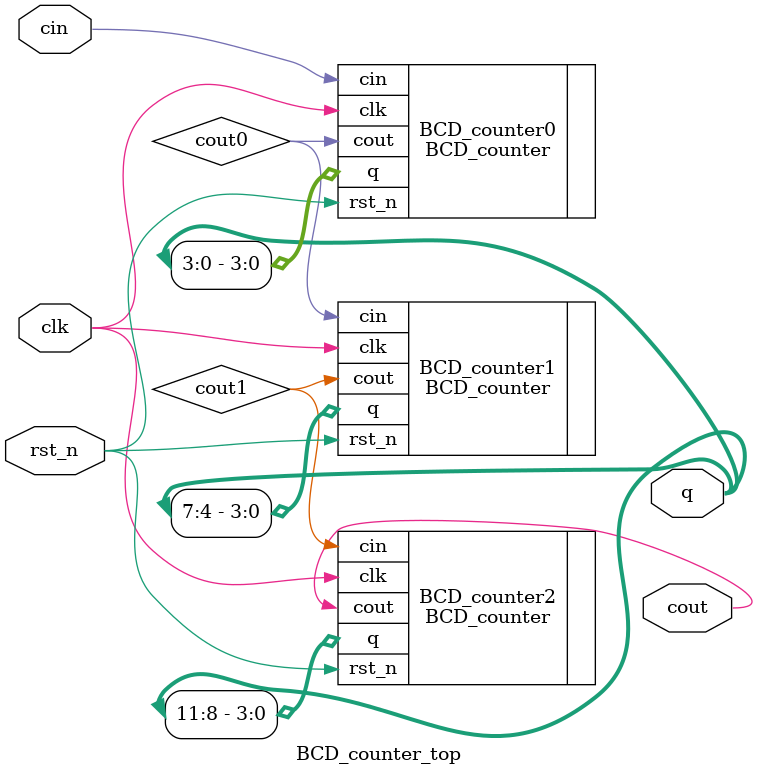
<source format=v>
module BCD_counter_top(clk, cin, rst_n, cout, q);
	input clk, cin, rst_n;
	output cout;
	output [11:0] q;
	
	wire cout0, cout1;
	/***在仿真波形中BCD的二进制为1001_1001_1001，转换为10进制或16进制≠999***/
	BCD_counter BCD_counter0(
		.clk(clk),
		.cin(cin),
		.rst_n(rst_n),
		.cout(cout0),
		.q(q[3:0])
	);
	
	BCD_counter BCD_counter1(
		.clk(clk),
		.cin(cout0),
		.rst_n(rst_n),
		.cout(cout1),
		.q(q[7:4])
	);
	
	BCD_counter BCD_counter2(
		.clk(clk),
		.cin(cout1),
		.rst_n(rst_n),
		.cout(cout),
		.q(q[11:8])
	);
	
	
endmodule
</source>
